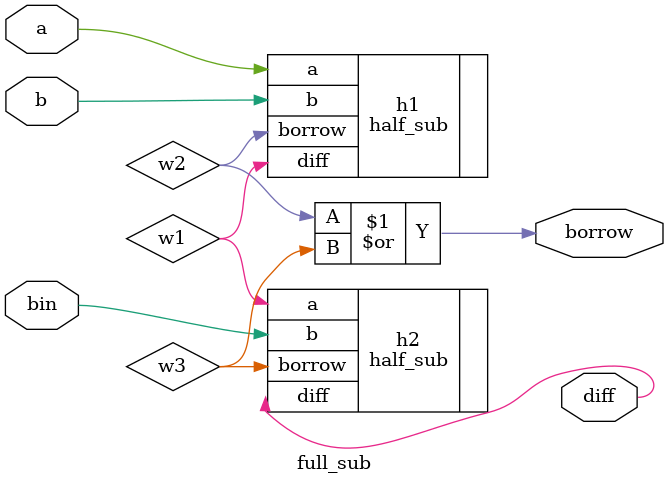
<source format=v>
module full_sub(a,b,bin,diff,borrow);
	input a,b,bin;
	output diff,borrow;
	wire w1,w2,w3;

	half_sub h1(.a(a),.b(b),.diff(w1),.borrow(w2));
	half_sub h2(.a(w1),.b(bin),.diff(diff),.borrow(w3));
	or b1(borrow,w2,w3);

endmodule

</source>
